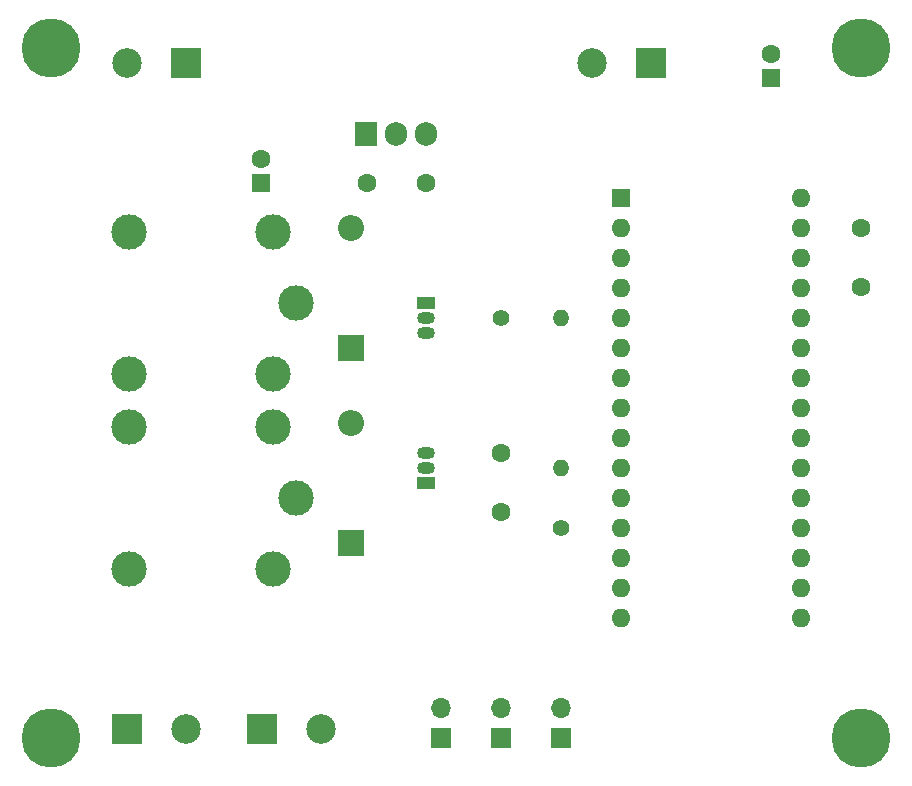
<source format=gbr>
%TF.GenerationSoftware,KiCad,Pcbnew,6.0.11+dfsg-1*%
%TF.CreationDate,2026-01-30T16:23:38+01:00*%
%TF.ProjectId,baliza,62616c69-7a61-42e6-9b69-6361645f7063,rev?*%
%TF.SameCoordinates,Original*%
%TF.FileFunction,Copper,L2,Bot*%
%TF.FilePolarity,Positive*%
%FSLAX46Y46*%
G04 Gerber Fmt 4.6, Leading zero omitted, Abs format (unit mm)*
G04 Created by KiCad (PCBNEW 6.0.11+dfsg-1) date 2026-01-30 16:23:38*
%MOMM*%
%LPD*%
G01*
G04 APERTURE LIST*
%TA.AperFunction,ComponentPad*%
%ADD10R,1.905000X2.000000*%
%TD*%
%TA.AperFunction,ComponentPad*%
%ADD11O,1.905000X2.000000*%
%TD*%
%TA.AperFunction,ComponentPad*%
%ADD12C,0.800000*%
%TD*%
%TA.AperFunction,ComponentPad*%
%ADD13C,5.000000*%
%TD*%
%TA.AperFunction,ComponentPad*%
%ADD14R,1.700000X1.700000*%
%TD*%
%TA.AperFunction,ComponentPad*%
%ADD15O,1.700000X1.700000*%
%TD*%
%TA.AperFunction,ComponentPad*%
%ADD16R,2.500000X2.500000*%
%TD*%
%TA.AperFunction,ComponentPad*%
%ADD17C,2.500000*%
%TD*%
%TA.AperFunction,ComponentPad*%
%ADD18R,1.600000X1.600000*%
%TD*%
%TA.AperFunction,ComponentPad*%
%ADD19C,1.600000*%
%TD*%
%TA.AperFunction,ComponentPad*%
%ADD20O,1.600000X1.600000*%
%TD*%
%TA.AperFunction,ComponentPad*%
%ADD21C,3.000000*%
%TD*%
%TA.AperFunction,ComponentPad*%
%ADD22R,1.500000X1.050000*%
%TD*%
%TA.AperFunction,ComponentPad*%
%ADD23O,1.500000X1.050000*%
%TD*%
%TA.AperFunction,ComponentPad*%
%ADD24C,1.400000*%
%TD*%
%TA.AperFunction,ComponentPad*%
%ADD25O,1.400000X1.400000*%
%TD*%
%TA.AperFunction,ComponentPad*%
%ADD26R,2.200000X2.200000*%
%TD*%
%TA.AperFunction,ComponentPad*%
%ADD27O,2.200000X2.200000*%
%TD*%
G04 APERTURE END LIST*
D10*
%TO.P,U1,1,IN*%
%TO.N,VCC*%
X118110000Y-64445000D03*
D11*
%TO.P,U1,2,GND*%
%TO.N,GND*%
X120650000Y-64445000D03*
%TO.P,U1,3,OUT*%
%TO.N,+5V*%
X123190000Y-64445000D03*
%TD*%
D12*
%TO.P,REF\u002A\u002A,1*%
%TO.N,N/C*%
X161345825Y-55824175D03*
X158145000Y-57150000D03*
X160020000Y-55275000D03*
X160020000Y-59025000D03*
X158694175Y-55824175D03*
X161345825Y-58475825D03*
X158694175Y-58475825D03*
X161895000Y-57150000D03*
D13*
X160020000Y-57150000D03*
%TD*%
D14*
%TO.P,JP1,1,A*%
%TO.N,GND*%
X124460000Y-115570000D03*
D15*
%TO.P,JP1,2,B*%
%TO.N,Net-(A1-Pad13)*%
X124460000Y-113030000D03*
%TD*%
D16*
%TO.P,J2,1,Pin_1*%
%TO.N,PTT_TRANSCEPTOR*%
X97830000Y-114800000D03*
D17*
%TO.P,J2,2,Pin_2*%
%TO.N,GND*%
X102830000Y-114800000D03*
%TD*%
D18*
%TO.P,C4,1*%
%TO.N,+5V*%
X152400000Y-59690000D03*
D19*
%TO.P,C4,2*%
%TO.N,GND*%
X152400000Y-57690000D03*
%TD*%
D12*
%TO.P,REF\u002A\u002A,1*%
%TO.N,N/C*%
X91440000Y-55275000D03*
X91440000Y-59025000D03*
X89565000Y-57150000D03*
X93315000Y-57150000D03*
D13*
X91440000Y-57150000D03*
D12*
X90114175Y-55824175D03*
X92765825Y-58475825D03*
X92765825Y-55824175D03*
X90114175Y-58475825D03*
%TD*%
D18*
%TO.P,C1,1*%
%TO.N,VCC*%
X109220000Y-68580000D03*
D19*
%TO.P,C1,2*%
%TO.N,GND*%
X109220000Y-66580000D03*
%TD*%
D18*
%TO.P,A1,1,D1/TX*%
%TO.N,unconnected-(A1-Pad1)*%
X139700000Y-69850000D03*
D20*
%TO.P,A1,2,D0/RX*%
%TO.N,unconnected-(A1-Pad2)*%
X139700000Y-72390000D03*
%TO.P,A1,3,~{RESET}*%
%TO.N,Net-(A1-Pad3)*%
X139700000Y-74930000D03*
%TO.P,A1,4,GND*%
%TO.N,GND*%
X139700000Y-77470000D03*
%TO.P,A1,5,D2*%
%TO.N,/Rele encendido*%
X139700000Y-80010000D03*
%TO.P,A1,6,D3*%
%TO.N,unconnected-(A1-Pad6)*%
X139700000Y-82550000D03*
%TO.P,A1,7,D4*%
%TO.N,unconnected-(A1-Pad7)*%
X139700000Y-85090000D03*
%TO.P,A1,8,D5*%
%TO.N,unconnected-(A1-Pad8)*%
X139700000Y-87630000D03*
%TO.P,A1,9,D6*%
%TO.N,Net-(A1-Pad9)*%
X139700000Y-90170000D03*
%TO.P,A1,10,D7*%
%TO.N,Net-(A1-Pad10)*%
X139700000Y-92710000D03*
%TO.P,A1,11,D8*%
%TO.N,unconnected-(A1-Pad11)*%
X139700000Y-95250000D03*
%TO.P,A1,12,D9*%
%TO.N,unconnected-(A1-Pad12)*%
X139700000Y-97790000D03*
%TO.P,A1,13,D10*%
%TO.N,Net-(A1-Pad13)*%
X139700000Y-100330000D03*
%TO.P,A1,14,D11*%
%TO.N,Net-(A1-Pad14)*%
X139700000Y-102870000D03*
%TO.P,A1,15,D12*%
%TO.N,Net-(A1-Pad15)*%
X139700000Y-105410000D03*
%TO.P,A1,16,D13*%
%TO.N,unconnected-(A1-Pad16)*%
X154940000Y-105410000D03*
%TO.P,A1,17,3V3*%
%TO.N,unconnected-(A1-Pad17)*%
X154940000Y-102870000D03*
%TO.P,A1,18,AREF*%
%TO.N,unconnected-(A1-Pad18)*%
X154940000Y-100330000D03*
%TO.P,A1,19,A0*%
%TO.N,unconnected-(A1-Pad19)*%
X154940000Y-97790000D03*
%TO.P,A1,20,A1*%
%TO.N,unconnected-(A1-Pad20)*%
X154940000Y-95250000D03*
%TO.P,A1,21,A2*%
%TO.N,unconnected-(A1-Pad21)*%
X154940000Y-92710000D03*
%TO.P,A1,22,A3*%
%TO.N,unconnected-(A1-Pad22)*%
X154940000Y-90170000D03*
%TO.P,A1,23,A4*%
%TO.N,unconnected-(A1-Pad23)*%
X154940000Y-87630000D03*
%TO.P,A1,24,A5*%
%TO.N,unconnected-(A1-Pad24)*%
X154940000Y-85090000D03*
%TO.P,A1,25,A6*%
%TO.N,unconnected-(A1-Pad25)*%
X154940000Y-82550000D03*
%TO.P,A1,26,A7*%
%TO.N,unconnected-(A1-Pad26)*%
X154940000Y-80010000D03*
%TO.P,A1,27,+5V*%
%TO.N,+5V*%
X154940000Y-77470000D03*
%TO.P,A1,28,~{RESET}*%
%TO.N,unconnected-(A1-Pad28)*%
X154940000Y-74930000D03*
%TO.P,A1,29,GND*%
%TO.N,GND*%
X154940000Y-72390000D03*
%TO.P,A1,30,VIN*%
%TO.N,unconnected-(A1-Pad30)*%
X154940000Y-69850000D03*
%TD*%
D19*
%TO.P,C3,1*%
%TO.N,ENTRADA_AUDIO_MIC*%
X129520000Y-96480000D03*
%TO.P,C3,2*%
%TO.N,Net-(A1-Pad9)*%
X129520000Y-91480000D03*
%TD*%
D21*
%TO.P,K2,11*%
%TO.N,VCC*%
X112190000Y-78740000D03*
%TO.P,K2,12*%
%TO.N,unconnected-(K2-Pad12)*%
X97990000Y-84740000D03*
%TO.P,K2,14*%
%TO.N,VCC_13v8_ENTRADA*%
X97990000Y-72740000D03*
%TO.P,K2,A1*%
%TO.N,Net-(D2-Pad2)*%
X110190000Y-72740000D03*
%TO.P,K2,A2*%
%TO.N,+5V*%
X110190000Y-84740000D03*
%TD*%
D22*
%TO.P,Q1,1,E*%
%TO.N,GND*%
X123190000Y-93980000D03*
D23*
%TO.P,Q1,2,B*%
%TO.N,/PTT OUT*%
X123190000Y-92710000D03*
%TO.P,Q1,3,C*%
%TO.N,Net-(D1-Pad2)*%
X123190000Y-91440000D03*
%TD*%
D21*
%TO.P,K1,A2*%
%TO.N,+5V*%
X110190000Y-101250000D03*
%TO.P,K1,A1*%
%TO.N,Net-(D1-Pad2)*%
X110190000Y-89250000D03*
%TO.P,K1,14*%
%TO.N,PTT_TRANSCEPTOR*%
X97990000Y-89250000D03*
%TO.P,K1,12*%
%TO.N,unconnected-(K1-Pad12)*%
X97990000Y-101250000D03*
%TO.P,K1,11*%
%TO.N,GND*%
X112190000Y-95250000D03*
%TD*%
D12*
%TO.P,REF\u002A\u002A,1*%
%TO.N,N/C*%
X92765825Y-116895825D03*
X90114175Y-116895825D03*
X91440000Y-113695000D03*
D13*
X91440000Y-115570000D03*
D12*
X89565000Y-115570000D03*
X92765825Y-114244175D03*
X93315000Y-115570000D03*
X91440000Y-117445000D03*
X90114175Y-114244175D03*
%TD*%
D19*
%TO.P,C2,2*%
%TO.N,GND*%
X123150000Y-68580000D03*
%TO.P,C2,1*%
%TO.N,VCC*%
X118150000Y-68580000D03*
%TD*%
D24*
%TO.P,R1,1*%
%TO.N,Net-(Q2-Pad2)*%
X129540000Y-80010000D03*
D25*
%TO.P,R1,2*%
%TO.N,/Rele encendido*%
X134620000Y-80010000D03*
%TD*%
D19*
%TO.P,C5,1*%
%TO.N,+5V*%
X160020000Y-77430000D03*
%TO.P,C5,2*%
%TO.N,GND*%
X160020000Y-72430000D03*
%TD*%
D14*
%TO.P,JP3,1,A*%
%TO.N,GND*%
X134620000Y-115570000D03*
D15*
%TO.P,JP3,2,B*%
%TO.N,Net-(A1-Pad15)*%
X134620000Y-113030000D03*
%TD*%
D22*
%TO.P,Q2,1,E*%
%TO.N,GND*%
X123190000Y-78740000D03*
D23*
%TO.P,Q2,2,B*%
%TO.N,Net-(Q2-Pad2)*%
X123190000Y-80010000D03*
%TO.P,Q2,3,C*%
%TO.N,Net-(D2-Pad2)*%
X123190000Y-81280000D03*
%TD*%
D26*
%TO.P,D1,1,K*%
%TO.N,+5V*%
X116840000Y-99060000D03*
D27*
%TO.P,D1,2,A*%
%TO.N,Net-(D1-Pad2)*%
X116840000Y-88900000D03*
%TD*%
D12*
%TO.P,REF\u002A\u002A,1*%
%TO.N,N/C*%
X158694175Y-116895825D03*
D13*
X160020000Y-115570000D03*
D12*
X161345825Y-114244175D03*
X160020000Y-113695000D03*
X160020000Y-117445000D03*
X161345825Y-116895825D03*
X158694175Y-114244175D03*
X158145000Y-115570000D03*
X161895000Y-115570000D03*
%TD*%
D27*
%TO.P,D2,2,A*%
%TO.N,Net-(D2-Pad2)*%
X116840000Y-72390000D03*
D26*
%TO.P,D2,1,K*%
%TO.N,+5V*%
X116840000Y-82550000D03*
%TD*%
D16*
%TO.P,J1,1,Pin_1*%
%TO.N,GND*%
X142240000Y-58420000D03*
D17*
%TO.P,J1,2,Pin_2*%
%TO.N,VCC*%
X137240000Y-58420000D03*
%TD*%
D16*
%TO.P,J3,1,Pin_1*%
%TO.N,GND*%
X109260000Y-114800000D03*
D17*
%TO.P,J3,2,Pin_2*%
%TO.N,ENTRADA_AUDIO_MIC*%
X114260000Y-114800000D03*
%TD*%
D14*
%TO.P,JP2,1,A*%
%TO.N,GND*%
X129540000Y-115570000D03*
D15*
%TO.P,JP2,2,B*%
%TO.N,Net-(A1-Pad14)*%
X129540000Y-113030000D03*
%TD*%
D24*
%TO.P,R2,1*%
%TO.N,/PTT OUT*%
X134620000Y-97790000D03*
D25*
%TO.P,R2,2*%
%TO.N,Net-(A1-Pad10)*%
X134620000Y-92710000D03*
%TD*%
D16*
%TO.P,J4,1,Pin_1*%
%TO.N,GND*%
X102870000Y-58420000D03*
D17*
%TO.P,J4,2,Pin_2*%
%TO.N,VCC_13v8_ENTRADA*%
X97870000Y-58420000D03*
%TD*%
M02*

</source>
